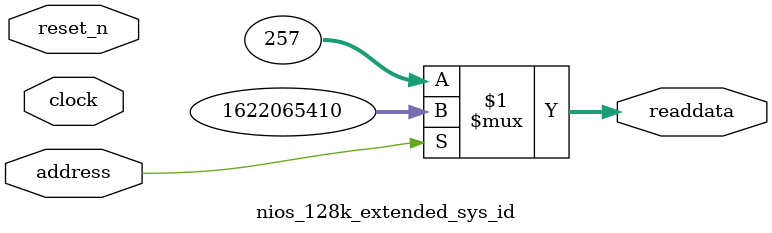
<source format=v>



// synthesis translate_off
`timescale 1ns / 1ps
// synthesis translate_on

// turn off superfluous verilog processor warnings 
// altera message_level Level1 
// altera message_off 10034 10035 10036 10037 10230 10240 10030 

module nios_128k_extended_sys_id (
               // inputs:
                address,
                clock,
                reset_n,

               // outputs:
                readdata
             )
;

  output  [ 31: 0] readdata;
  input            address;
  input            clock;
  input            reset_n;

  wire    [ 31: 0] readdata;
  //control_slave, which is an e_avalon_slave
  assign readdata = address ? 1622065410 : 257;

endmodule




</source>
